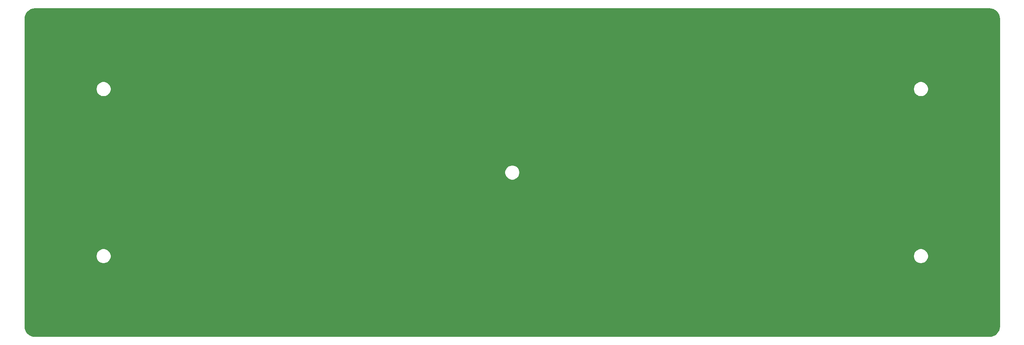
<source format=gbr>
G04 #@! TF.GenerationSoftware,KiCad,Pcbnew,5.1.9*
G04 #@! TF.CreationDate,2021-03-20T02:04:08-07:00*
G04 #@! TF.ProjectId,base,62617365-2e6b-4696-9361-645f70636258,rev?*
G04 #@! TF.SameCoordinates,Original*
G04 #@! TF.FileFunction,Copper,L2,Bot*
G04 #@! TF.FilePolarity,Positive*
%FSLAX46Y46*%
G04 Gerber Fmt 4.6, Leading zero omitted, Abs format (unit mm)*
G04 Created by KiCad (PCBNEW 5.1.9) date 2021-03-20 02:04:08*
%MOMM*%
%LPD*%
G01*
G04 APERTURE LIST*
G04 #@! TA.AperFunction,ViaPad*
%ADD10C,0.800000*%
G04 #@! TD*
G04 #@! TA.AperFunction,Conductor*
%ADD11C,0.254000*%
G04 #@! TD*
G04 #@! TA.AperFunction,Conductor*
%ADD12C,0.100000*%
G04 #@! TD*
G04 APERTURE END LIST*
D10*
X156555000Y-62830000D03*
D11*
X269464255Y-25781594D02*
X269886781Y-25909162D01*
X270276482Y-26116369D01*
X270618513Y-26395324D01*
X270899849Y-26735399D01*
X271109771Y-27123644D01*
X271240285Y-27545265D01*
X271290000Y-28018274D01*
X271290001Y-97964043D01*
X271243406Y-98439255D01*
X271115838Y-98861781D01*
X270908631Y-99251482D01*
X270629676Y-99593513D01*
X270289601Y-99874849D01*
X269901356Y-100084771D01*
X269479737Y-100215285D01*
X269006726Y-100265000D01*
X52460947Y-100265000D01*
X51985745Y-100218406D01*
X51563219Y-100090838D01*
X51173518Y-99883631D01*
X50831487Y-99604676D01*
X50550151Y-99264601D01*
X50340229Y-98876356D01*
X50209715Y-98454737D01*
X50160000Y-97981726D01*
X50160000Y-81829117D01*
X66240000Y-81829117D01*
X66240000Y-82170883D01*
X66306675Y-82506081D01*
X66437463Y-82821831D01*
X66627337Y-83105998D01*
X66869002Y-83347663D01*
X67153169Y-83537537D01*
X67468919Y-83668325D01*
X67804117Y-83735000D01*
X68145883Y-83735000D01*
X68481081Y-83668325D01*
X68796831Y-83537537D01*
X69080998Y-83347663D01*
X69322663Y-83105998D01*
X69512537Y-82821831D01*
X69643325Y-82506081D01*
X69710000Y-82170883D01*
X69710000Y-81829117D01*
X251740000Y-81829117D01*
X251740000Y-82170883D01*
X251806675Y-82506081D01*
X251937463Y-82821831D01*
X252127337Y-83105998D01*
X252369002Y-83347663D01*
X252653169Y-83537537D01*
X252968919Y-83668325D01*
X253304117Y-83735000D01*
X253645883Y-83735000D01*
X253981081Y-83668325D01*
X254296831Y-83537537D01*
X254580998Y-83347663D01*
X254822663Y-83105998D01*
X255012537Y-82821831D01*
X255143325Y-82506081D01*
X255210000Y-82170883D01*
X255210000Y-81829117D01*
X255143325Y-81493919D01*
X255012537Y-81178169D01*
X254822663Y-80894002D01*
X254580998Y-80652337D01*
X254296831Y-80462463D01*
X253981081Y-80331675D01*
X253645883Y-80265000D01*
X253304117Y-80265000D01*
X252968919Y-80331675D01*
X252653169Y-80462463D01*
X252369002Y-80652337D01*
X252127337Y-80894002D01*
X251937463Y-81178169D01*
X251806675Y-81493919D01*
X251740000Y-81829117D01*
X69710000Y-81829117D01*
X69643325Y-81493919D01*
X69512537Y-81178169D01*
X69322663Y-80894002D01*
X69080998Y-80652337D01*
X68796831Y-80462463D01*
X68481081Y-80331675D01*
X68145883Y-80265000D01*
X67804117Y-80265000D01*
X67468919Y-80331675D01*
X67153169Y-80462463D01*
X66869002Y-80652337D01*
X66627337Y-80894002D01*
X66437463Y-81178169D01*
X66306675Y-81493919D01*
X66240000Y-81829117D01*
X50160000Y-81829117D01*
X50160000Y-62829117D01*
X158990000Y-62829117D01*
X158990000Y-63170883D01*
X159056675Y-63506081D01*
X159187463Y-63821831D01*
X159377337Y-64105998D01*
X159619002Y-64347663D01*
X159903169Y-64537537D01*
X160218919Y-64668325D01*
X160554117Y-64735000D01*
X160895883Y-64735000D01*
X161231081Y-64668325D01*
X161546831Y-64537537D01*
X161830998Y-64347663D01*
X162072663Y-64105998D01*
X162262537Y-63821831D01*
X162393325Y-63506081D01*
X162460000Y-63170883D01*
X162460000Y-62829117D01*
X162393325Y-62493919D01*
X162262537Y-62178169D01*
X162072663Y-61894002D01*
X161830998Y-61652337D01*
X161546831Y-61462463D01*
X161231081Y-61331675D01*
X160895883Y-61265000D01*
X160554117Y-61265000D01*
X160218919Y-61331675D01*
X159903169Y-61462463D01*
X159619002Y-61652337D01*
X159377337Y-61894002D01*
X159187463Y-62178169D01*
X159056675Y-62493919D01*
X158990000Y-62829117D01*
X50160000Y-62829117D01*
X50160000Y-43829117D01*
X66240000Y-43829117D01*
X66240000Y-44170883D01*
X66306675Y-44506081D01*
X66437463Y-44821831D01*
X66627337Y-45105998D01*
X66869002Y-45347663D01*
X67153169Y-45537537D01*
X67468919Y-45668325D01*
X67804117Y-45735000D01*
X68145883Y-45735000D01*
X68481081Y-45668325D01*
X68796831Y-45537537D01*
X69080998Y-45347663D01*
X69322663Y-45105998D01*
X69512537Y-44821831D01*
X69643325Y-44506081D01*
X69710000Y-44170883D01*
X69710000Y-43829117D01*
X251740000Y-43829117D01*
X251740000Y-44170883D01*
X251806675Y-44506081D01*
X251937463Y-44821831D01*
X252127337Y-45105998D01*
X252369002Y-45347663D01*
X252653169Y-45537537D01*
X252968919Y-45668325D01*
X253304117Y-45735000D01*
X253645883Y-45735000D01*
X253981081Y-45668325D01*
X254296831Y-45537537D01*
X254580998Y-45347663D01*
X254822663Y-45105998D01*
X255012537Y-44821831D01*
X255143325Y-44506081D01*
X255210000Y-44170883D01*
X255210000Y-43829117D01*
X255143325Y-43493919D01*
X255012537Y-43178169D01*
X254822663Y-42894002D01*
X254580998Y-42652337D01*
X254296831Y-42462463D01*
X253981081Y-42331675D01*
X253645883Y-42265000D01*
X253304117Y-42265000D01*
X252968919Y-42331675D01*
X252653169Y-42462463D01*
X252369002Y-42652337D01*
X252127337Y-42894002D01*
X251937463Y-43178169D01*
X251806675Y-43493919D01*
X251740000Y-43829117D01*
X69710000Y-43829117D01*
X69643325Y-43493919D01*
X69512537Y-43178169D01*
X69322663Y-42894002D01*
X69080998Y-42652337D01*
X68796831Y-42462463D01*
X68481081Y-42331675D01*
X68145883Y-42265000D01*
X67804117Y-42265000D01*
X67468919Y-42331675D01*
X67153169Y-42462463D01*
X66869002Y-42652337D01*
X66627337Y-42894002D01*
X66437463Y-43178169D01*
X66306675Y-43493919D01*
X66240000Y-43829117D01*
X50160000Y-43829117D01*
X50160000Y-28035947D01*
X50206594Y-27560745D01*
X50334162Y-27138219D01*
X50541369Y-26748518D01*
X50820324Y-26406487D01*
X51160399Y-26125151D01*
X51548644Y-25915229D01*
X51970265Y-25784715D01*
X52443274Y-25735000D01*
X268989053Y-25735000D01*
X269464255Y-25781594D01*
G04 #@! TA.AperFunction,Conductor*
D12*
G36*
X269464255Y-25781594D02*
G01*
X269886781Y-25909162D01*
X270276482Y-26116369D01*
X270618513Y-26395324D01*
X270899849Y-26735399D01*
X271109771Y-27123644D01*
X271240285Y-27545265D01*
X271290000Y-28018274D01*
X271290001Y-97964043D01*
X271243406Y-98439255D01*
X271115838Y-98861781D01*
X270908631Y-99251482D01*
X270629676Y-99593513D01*
X270289601Y-99874849D01*
X269901356Y-100084771D01*
X269479737Y-100215285D01*
X269006726Y-100265000D01*
X52460947Y-100265000D01*
X51985745Y-100218406D01*
X51563219Y-100090838D01*
X51173518Y-99883631D01*
X50831487Y-99604676D01*
X50550151Y-99264601D01*
X50340229Y-98876356D01*
X50209715Y-98454737D01*
X50160000Y-97981726D01*
X50160000Y-81829117D01*
X66240000Y-81829117D01*
X66240000Y-82170883D01*
X66306675Y-82506081D01*
X66437463Y-82821831D01*
X66627337Y-83105998D01*
X66869002Y-83347663D01*
X67153169Y-83537537D01*
X67468919Y-83668325D01*
X67804117Y-83735000D01*
X68145883Y-83735000D01*
X68481081Y-83668325D01*
X68796831Y-83537537D01*
X69080998Y-83347663D01*
X69322663Y-83105998D01*
X69512537Y-82821831D01*
X69643325Y-82506081D01*
X69710000Y-82170883D01*
X69710000Y-81829117D01*
X251740000Y-81829117D01*
X251740000Y-82170883D01*
X251806675Y-82506081D01*
X251937463Y-82821831D01*
X252127337Y-83105998D01*
X252369002Y-83347663D01*
X252653169Y-83537537D01*
X252968919Y-83668325D01*
X253304117Y-83735000D01*
X253645883Y-83735000D01*
X253981081Y-83668325D01*
X254296831Y-83537537D01*
X254580998Y-83347663D01*
X254822663Y-83105998D01*
X255012537Y-82821831D01*
X255143325Y-82506081D01*
X255210000Y-82170883D01*
X255210000Y-81829117D01*
X255143325Y-81493919D01*
X255012537Y-81178169D01*
X254822663Y-80894002D01*
X254580998Y-80652337D01*
X254296831Y-80462463D01*
X253981081Y-80331675D01*
X253645883Y-80265000D01*
X253304117Y-80265000D01*
X252968919Y-80331675D01*
X252653169Y-80462463D01*
X252369002Y-80652337D01*
X252127337Y-80894002D01*
X251937463Y-81178169D01*
X251806675Y-81493919D01*
X251740000Y-81829117D01*
X69710000Y-81829117D01*
X69643325Y-81493919D01*
X69512537Y-81178169D01*
X69322663Y-80894002D01*
X69080998Y-80652337D01*
X68796831Y-80462463D01*
X68481081Y-80331675D01*
X68145883Y-80265000D01*
X67804117Y-80265000D01*
X67468919Y-80331675D01*
X67153169Y-80462463D01*
X66869002Y-80652337D01*
X66627337Y-80894002D01*
X66437463Y-81178169D01*
X66306675Y-81493919D01*
X66240000Y-81829117D01*
X50160000Y-81829117D01*
X50160000Y-62829117D01*
X158990000Y-62829117D01*
X158990000Y-63170883D01*
X159056675Y-63506081D01*
X159187463Y-63821831D01*
X159377337Y-64105998D01*
X159619002Y-64347663D01*
X159903169Y-64537537D01*
X160218919Y-64668325D01*
X160554117Y-64735000D01*
X160895883Y-64735000D01*
X161231081Y-64668325D01*
X161546831Y-64537537D01*
X161830998Y-64347663D01*
X162072663Y-64105998D01*
X162262537Y-63821831D01*
X162393325Y-63506081D01*
X162460000Y-63170883D01*
X162460000Y-62829117D01*
X162393325Y-62493919D01*
X162262537Y-62178169D01*
X162072663Y-61894002D01*
X161830998Y-61652337D01*
X161546831Y-61462463D01*
X161231081Y-61331675D01*
X160895883Y-61265000D01*
X160554117Y-61265000D01*
X160218919Y-61331675D01*
X159903169Y-61462463D01*
X159619002Y-61652337D01*
X159377337Y-61894002D01*
X159187463Y-62178169D01*
X159056675Y-62493919D01*
X158990000Y-62829117D01*
X50160000Y-62829117D01*
X50160000Y-43829117D01*
X66240000Y-43829117D01*
X66240000Y-44170883D01*
X66306675Y-44506081D01*
X66437463Y-44821831D01*
X66627337Y-45105998D01*
X66869002Y-45347663D01*
X67153169Y-45537537D01*
X67468919Y-45668325D01*
X67804117Y-45735000D01*
X68145883Y-45735000D01*
X68481081Y-45668325D01*
X68796831Y-45537537D01*
X69080998Y-45347663D01*
X69322663Y-45105998D01*
X69512537Y-44821831D01*
X69643325Y-44506081D01*
X69710000Y-44170883D01*
X69710000Y-43829117D01*
X251740000Y-43829117D01*
X251740000Y-44170883D01*
X251806675Y-44506081D01*
X251937463Y-44821831D01*
X252127337Y-45105998D01*
X252369002Y-45347663D01*
X252653169Y-45537537D01*
X252968919Y-45668325D01*
X253304117Y-45735000D01*
X253645883Y-45735000D01*
X253981081Y-45668325D01*
X254296831Y-45537537D01*
X254580998Y-45347663D01*
X254822663Y-45105998D01*
X255012537Y-44821831D01*
X255143325Y-44506081D01*
X255210000Y-44170883D01*
X255210000Y-43829117D01*
X255143325Y-43493919D01*
X255012537Y-43178169D01*
X254822663Y-42894002D01*
X254580998Y-42652337D01*
X254296831Y-42462463D01*
X253981081Y-42331675D01*
X253645883Y-42265000D01*
X253304117Y-42265000D01*
X252968919Y-42331675D01*
X252653169Y-42462463D01*
X252369002Y-42652337D01*
X252127337Y-42894002D01*
X251937463Y-43178169D01*
X251806675Y-43493919D01*
X251740000Y-43829117D01*
X69710000Y-43829117D01*
X69643325Y-43493919D01*
X69512537Y-43178169D01*
X69322663Y-42894002D01*
X69080998Y-42652337D01*
X68796831Y-42462463D01*
X68481081Y-42331675D01*
X68145883Y-42265000D01*
X67804117Y-42265000D01*
X67468919Y-42331675D01*
X67153169Y-42462463D01*
X66869002Y-42652337D01*
X66627337Y-42894002D01*
X66437463Y-43178169D01*
X66306675Y-43493919D01*
X66240000Y-43829117D01*
X50160000Y-43829117D01*
X50160000Y-28035947D01*
X50206594Y-27560745D01*
X50334162Y-27138219D01*
X50541369Y-26748518D01*
X50820324Y-26406487D01*
X51160399Y-26125151D01*
X51548644Y-25915229D01*
X51970265Y-25784715D01*
X52443274Y-25735000D01*
X268989053Y-25735000D01*
X269464255Y-25781594D01*
G37*
G04 #@! TD.AperFunction*
M02*

</source>
